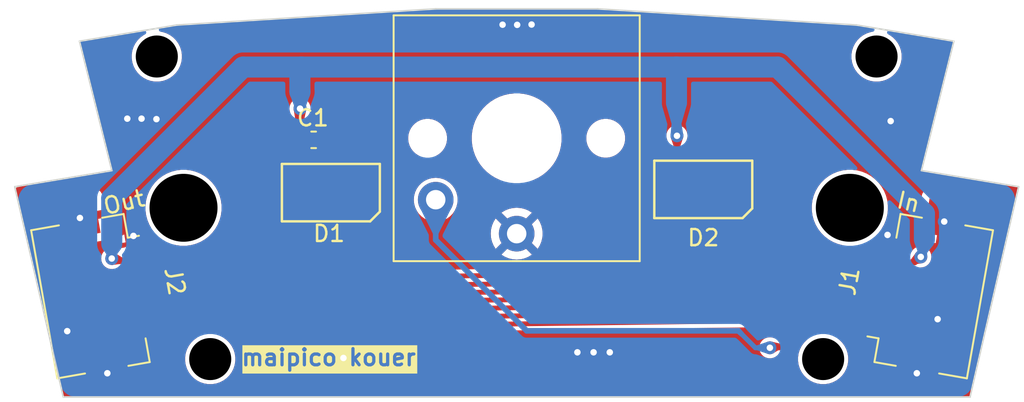
<source format=kicad_pcb>
(kicad_pcb (version 20240108) (generator "pcbnew") (generator_version "8.0")
  (layers (0 "F.Cu" signal) (31 "B.Cu" signal) (34 "B.Paste" user) (35 "F.Paste" user) (36 "B.SilkS" user "B.Silkscreen") (37 "F.SilkS" user "F.Silkscreen") (38 "B.Mask" user) (39 "F.Mask" user) (44 "Edge.Cuts" user))
  (net 0 "")
  (net 1 "GND")
  (net 2 "+5V")
  (net 3 "Net-(D1-Out)")
  (net 4 "Net-(D1-In)")
  (net 6 "Net-(J1-Pin_7)")
  (net 7 "Net-(J1-Pin_6)")
  (net 8 "Net-(J1-Pin_5)")
  (net 9 "Net-(J1-Pin_8)")
  (net 10 "Net-(J1-Pin_1)")
  (net 11 "Net-(J1-Pin_3)")
  (net 12 "Net-(J1-Pin_2)")
  (net 13 "Net-(J1-Pin_4)")
  (footprint "mai_button:WS2812B-2835" (layer "F.Cu") (at 55.9 66.6)
    (property "Reference" "D1" (at -0.09 2.56 0) (layer "F.SilkS"))
    (property "Value" "WS2812B_Unified" (hide yes))
    (fp_line (start -3 -1.75) (end -3 1.8) (stroke (width 0.15)) (layer "F.SilkS"))
    (fp_line (start -3 -1.75) (end 3.05 -1.75) (stroke (width 0.15)) (layer "F.SilkS"))
    (fp_line (start -3 1.8) (end 2.45 1.8) (stroke (width 0.15)) (layer "F.SilkS"))
    (fp_line (start 2.45 1.8) (end 3.05 1.2) (stroke (width 0.15)) (layer "F.SilkS"))
    (fp_line (start 3.05 -1.75) (end 3.05 1.2) (stroke (width 0.15)) (layer "F.SilkS"))
    (pad "G" smd rect (at 1.6 0.9) (size 1.8 1) (layers "F.Cu" "F.Paste" "F.Mask") (net 1 "GND"))
    (pad "I" smd rect (at 1.6 -0.9) (size 1.8 1) (layers "F.Cu" "F.Paste" "F.Mask") (net 4 "Net-(D1-In)"))
    (pad "O" smd rect (at -1.6 0.9) (size 1.8 1) (layers "F.Cu" "F.Paste" "F.Mask") (net 3 "Net-(D1-Out)"))
    (pad "V" smd rect (at -1.6 -0.9) (size 1.8 1) (layers "F.Cu" "F.Paste" "F.Mask") (net 2 "+5V"))
  )
  (footprint "Connector_FFC-FPC:Hirose_FH12-12S-0.5SH_1x12-1MP_P0.50mm_Horizontal_宽" (layer "F.Cu") (at 42.65 72.75 -80)
    (property "Reference" "J2" (at 0 -3.699999 100) (layer "F.SilkS"))
    (property "Value" "Conn_01x14")
    (fp_line (start -4.650001 4.5) (end 4.65 4.5) (stroke (width 0.12)) (layer "F.SilkS"))
    (fp_line (start 4.65 4.5) (end 4.65 2.760001) (stroke (width 0.12)) (layer "F.SilkS"))
    (fp_line (start -4.650001 2.76) (end -4.650001 4.5) (stroke (width 0.12)) (layer "F.SilkS"))
    (fp_line (start -4.65 -1.299999) (end -4.65 0.040001) (stroke (width 0.12)) (layer "F.SilkS"))
    (fp_line (start -3.159999 -1.300001) (end -4.65 -1.299999) (stroke (width 0.12)) (layer "F.SilkS"))
    (fp_line (start -3.159999 -1.300001) (end -3.159998 -2) (stroke (width 0.12)) (layer "F.SilkS"))
    (fp_line (start 3.160001 -1.299999) (end 4.650001 -1.300001) (stroke (width 0.12)) (layer "F.SilkS"))
    (fp_line (start 4.650001 -1.300001) (end 4.65 0.04) (stroke (width 0.12)) (layer "F.SilkS"))
    (pad "1" smd rect (at -2.749999 -2 280) (size 0.299998 1.6) (layers "F.Cu" "F.Paste" "F.Mask") (net 1 "GND"))
    (pad "2" smd rect (at -2.25 -2 280) (size 0.3 1.599999) (layers "F.Cu" "F.Paste" "F.Mask") (net 3 "Net-(D1-Out)"))
    (pad "3" smd rect (at -1.749999 -2 280) (size 0.299998 1.6) (layers "F.Cu" "F.Paste" "F.Mask") (net 2 "+5V"))
    (pad "4" smd rect (at -1.250002 -2 280) (size 0.3 1.599999) (layers "F.Cu" "F.Paste" "F.Mask") (net 1 "GND"))
    (pad "5" smd rect (at -0.749999 -2 280) (size 0.299998 1.599999) (layers "F.Cu" "F.Paste" "F.Mask") (net 1 "GND"))
    (pad "6" smd rect (at -0.249999 -2 280) (size 0.3 1.6) (layers "F.Cu" "F.Paste" "F.Mask") (net 9 "Net-(J1-Pin_8)"))
    (pad "7" smd rect (at 0.25 -1.999999 280) (size 0.299999 1.600001) (layers "F.Cu" "F.Paste" "F.Mask") (net 6 "Net-(J1-Pin_7)"))
    (pad "8" smd rect (at 0.749999 -1.999997 280) (size 0.3 1.600001) (layers "F.Cu" "F.Paste" "F.Mask") (net 7 "Net-(J1-Pin_6)"))
    (pad "9" smd rect (at 1.250001 -1.999999 280) (size 0.3 1.600001) (layers "F.Cu" "F.Paste" "F.Mask") (net 8 "Net-(J1-Pin_5)"))
    (pad "10" smd rect (at 1.750001 -2 280) (size 0.3 1.599999) (layers "F.Cu" "F.Paste" "F.Mask") (net 13 "Net-(J1-Pin_4)"))
    (pad "11" smd rect (at 2.25 -2 280) (size 0.299999 1.6) (layers "F.Cu" "F.Paste" "F.Mask") (net 11 "Net-(J1-Pin_3)"))
    (pad "12" smd rect (at 2.750001 -1.999999 280) (size 0.3 1.600001) (layers "F.Cu" "F.Paste" "F.Mask") (net 12 "Net-(J1-Pin_2)"))
    (pad "MP" smd rect (at -4.875002 1.399999 280) (size 2.250001 2.2) (layers "F.Cu" "F.Paste" "F.Mask") (net 1 "GND"))
    (pad "MP" smd rect (at 4.875 1.4 280) (size 2.25 2.2) (layers "F.Cu" "F.Paste" "F.Mask") (net 1 "GND"))
  )
  (footprint "mai_button:SW_Kailh_Choc_V1V2_1.00u_LED" (layer "F.Cu") (at 67.4 63.2625 180)
    (property "Reference" "SW1" (hide yes))
    (property "Value" "SW_DIP_x01" (hide yes))
    (fp_line (start 7.6 7.6) (end 7.6 -7.6) (stroke (width 0.12)) (layer "F.SilkS"))
    (fp_line (start 7.6 -7.6) (end -7.6 -7.6) (stroke (width 0.12)) (layer "F.SilkS"))
    (fp_line (start -7.6 7.6) (end 7.6 7.6) (stroke (width 0.12)) (layer "F.SilkS"))
    (fp_line (start -7.6 -7.6) (end -7.6 7.6) (stroke (width 0.12)) (layer "F.SilkS"))
    (pad "" np_thru_hole circle (at -5.5 0 180) (size 1.9 1.9) (drill 1.9) (layers "F&B.Cu" "*.Mask"))
    (pad "" np_thru_hole circle (at 0 0 180) (size 5.05 5.05) (drill 5.05) (layers "F&B.Cu" "*.Mask"))
    (pad "" np_thru_hole circle (at 5.5 0 180) (size 1.9 1.9) (drill 1.9) (layers "F&B.Cu" "*.Mask"))
    (pad "1" thru_hole circle (at 0 -5.9 180) (size 2.2 2.2) (drill 1.2) (layers "*.Cu" "B.Mask") (net 1 "GND"))
    (pad "2" thru_hole circle (at 5 -3.8 180) (size 2.2 2.2) (drill 1.2) (layers "*.Cu" "B.Mask") (net 10 "Net-(J1-Pin_1)"))
  )
  (footprint "mai_button:Hole2.5" (layer "F.Cu") (at 89.627 58.2075)
    (property "Reference" "SCR2" (hide yes))
    (property "Value" "ScrewHole" (hide yes))
    (pad "" np_thru_hole circle (at 0 0) (size 2.6 2.6) (drill 2.6) (layers "*.Mask"))
  )
  (footprint "mai_button:Hole2.5" (layer "F.Cu") (at 86.328 76.9185)
    (property "Reference" "SCR4" (hide yes))
    (property "Value" "ScrewHole" (hide yes))
    (pad "" np_thru_hole circle (at 0 0) (size 2.6 2.6) (drill 2.6) (layers "*.Mask"))
  )
  (footprint "mai_button:Hole2.5" (layer "F.Cu") (at 48.472 76.9185)
    (property "Reference" "SCR3" (hide yes))
    (property "Value" "ScrewHole" (hide yes))
    (pad "" np_thru_hole circle (at 0 0) (size 2.6 2.6) (drill 2.6) (layers "*.Mask"))
  )
  (footprint "mai_button:Hole4.0" (layer "F.Cu") (at 46.823 67.5625)
    (property "Reference" "SCR5" (hide yes))
    (property "Value" "ScrewHole" (hide yes))
    (pad "" np_thru_hole circle (at 0 0) (size 4.2 4.2) (drill 4.2) (layers "*.Mask"))
  )
  (footprint "mai_button:WS2812B-2835" (layer "F.Cu") (at 78.9 66.4)
    (property "Reference" "D2" (at 0.03 3.02 0) (layer "F.SilkS"))
    (property "Value" "WS2812B_Unified" (hide yes))
    (fp_line (start -3 -1.75) (end -3 1.8) (stroke (width 0.15)) (layer "F.SilkS"))
    (fp_line (start -3 -1.75) (end 3.05 -1.75) (stroke (width 0.15)) (layer "F.SilkS"))
    (fp_line (start -3 1.8) (end 2.45 1.8) (stroke (width 0.15)) (layer "F.SilkS"))
    (fp_line (start 2.45 1.8) (end 3.05 1.2) (stroke (width 0.15)) (layer "F.SilkS"))
    (fp_line (start 3.05 -1.75) (end 3.05 1.2) (stroke (width 0.15)) (layer "F.SilkS"))
    (pad "G" smd rect (at 1.6 0.9) (size 1.8 1) (layers "F.Cu" "F.Paste" "F.Mask") (net 1 "GND"))
    (pad "I" smd rect (at 1.6 -0.9) (size 1.8 1) (layers "F.Cu" "F.Paste" "F.Mask") (net 4 "Net-(D1-In)"))
    (pad "O" smd rect (at -1.6 0.9) (size 1.8 1) (layers "F.Cu" "F.Paste" "F.Mask"))
    (pad "V" smd rect (at -1.6 -0.9) (size 1.8 1) (layers "F.Cu" "F.Paste" "F.Mask") (net 2 "+5V"))
  )
  (footprint "mai_button:Hole4.0" (layer "F.Cu") (at 87.977 67.5625)
    (property "Reference" "SCR6" (hide yes))
    (property "Value" "ScrewHole" (hide yes))
    (pad "" np_thru_hole circle (at 0 0) (size 4.2 4.2) (drill 4.2) (layers "*.Mask"))
  )
  (footprint "Connector_FFC-FPC:Hirose_FH12-12S-0.5SH_1x12-1MP_P0.50mm_Horizontal_宽" (layer "F.Cu") (at 91.582371 72.75 80)
    (property "Reference" "J1" (at 0 -3.699999 -100) (layer "F.SilkS"))
    (property "Value" "Conn_01x14")
    (fp_line (start -4.65 -1.299999) (end -4.65 0.040001) (stroke (width 0.12)) (layer "F.SilkS"))
    (fp_line (start -3.159999 -1.300001) (end -3.159998 -2) (stroke (width 0.12)) (layer "F.SilkS"))
    (fp_line (start -3.159999 -1.300001) (end -4.65 -1.299999) (stroke (width 0.12)) (layer "F.SilkS"))
    (fp_line (start 3.160001 -1.299999) (end 4.650001 -1.300001) (stroke (width 0.12)) (layer "F.SilkS"))
    (fp_line (start 4.650001 -1.300001) (end 4.65 0.04) (stroke (width 0.12)) (layer "F.SilkS"))
    (fp_line (start -4.650001 2.76) (end -4.650001 4.5) (stroke (width 0.12)) (layer "F.SilkS"))
    (fp_line (start -4.650001 4.5) (end 4.65 4.5) (stroke (width 0.12)) (layer "F.SilkS"))
    (fp_line (start 4.65 4.5) (end 4.65 2.760001) (stroke (width 0.12)) (layer "F.SilkS"))
    (pad "1" smd rect (at -2.749999 -2 80) (size 0.299998 1.6) (layers "F.Cu" "F.Paste" "F.Mask") (net 10 "Net-(J1-Pin_1)"))
    (pad "2" smd rect (at -2.25 -2 80) (size 0.3 1.599999) (layers "F.Cu" "F.Paste" "F.Mask") (net 12 "Net-(J1-Pin_2)"))
    (pad "3" smd rect (at -1.749999 -2 80) (size 0.299998 1.6) (layers "F.Cu" "F.Paste" "F.Mask") (net 11 "Net-(J1-Pin_3)"))
    (pad "4" smd rect (at -1.250002 -2 80) (size 0.3 1.599999) (layers "F.Cu" "F.Paste" "F.Mask") (net 13 "Net-(J1-Pin_4)"))
    (pad "5" smd rect (at -0.749997 -2 80) (size 0.299998 1.599999) (layers "F.Cu" "F.Paste" "F.Mask") (net 8 "Net-(J1-Pin_5)"))
    (pad "6" smd rect (at -0.249999 -2 80) (size 0.3 1.6) (layers "F.Cu" "F.Paste" "F.Mask") (net 7 "Net-(J1-Pin_6)"))
    (pad "7" smd rect (at 0.25 -1.999999 80) (size 0.299999 1.600001) (layers "F.Cu" "F.Paste" "F.Mask") (net 6 "Net-(J1-Pin_7)"))
    (pad "8" smd rect (at 0.749999 -1.999999 80) (size 0.3 1.600001) (layers "F.Cu" "F.Paste" "F.Mask") (net 9 "Net-(J1-Pin_8)"))
    (pad "9" smd rect (at 1.25 -1.999999 80) (size 0.3 1.600001) (layers "F.Cu" "F.Paste" "F.Mask") (net 1 "GND"))
    (pad "10" smd rect (at 1.750001 -2 80) (size 0.3 1.599999) (layers "F.Cu" "F.Paste" "F.Mask") (net 2 "+5V"))
    (pad "11" smd rect (at 2.25 -2 80) (size 0.299999 1.6) (layers "F.Cu" "F.Paste" "F.Mask") (net 4 "Net-(D1-In)"))
    (pad "12" smd rect (at 2.75 -1.899999 80) (size 0.3 1.400001) (layers "F.Cu" "F.Paste" "F.Mask") (net 1 "GND"))
    (pad "MP" smd rect (at -4.875 1.399999 80) (size 2.250001 2.2) (layers "F.Cu" "F.Paste" "F.Mask") (net 1 "GND"))
    (pad "MP" smd rect (at 4.875 1.4 80) (size 2.25 2.2) (layers "F.Cu" "F.Paste" "F.Mask") (net 1 "GND"))
  )
  (footprint "mai_button:Hole2.5" (layer "F.Cu") (at 45.173 58.2075)
    (property "Reference" "SCR1" (hide yes))
    (property "Value" "ScrewHole" (hide yes))
    (pad "" np_thru_hole circle (at 0 0) (size 2.6 2.6) (drill 2.6) (layers "*.Mask"))
  )
  (footprint "Capacitor_SMD:C_0603_1608Metric_Pad1.08x0.95mm_HandSolder" (layer "F.Cu") (at 54.86 63.36)
    (property "Reference" "C1" (at -0.05 -1.35 0) (layer "F.SilkS"))
    (property "Value" "0.1uF")
    (fp_line (start -0.146267 -0.51) (end 0.146267 -0.51) (stroke (width 0.12)) (layer "F.SilkS"))
    (fp_line (start -0.146267 0.51) (end 0.146267 0.51) (stroke (width 0.12)) (layer "F.SilkS"))
    (pad "1" smd roundrect (at -0.8625 0) (size 1.075 0.95) (layers "F.Cu" "F.Paste" "F.Mask") (net 2 "+5V"))
    (pad "2" smd roundrect (at 0.8625 0) (size 1.075 0.95) (layers "F.Cu" "F.Paste" "F.Mask") (net 1 "GND"))
  )
  (gr_poly (pts (xy 89.65 69.65) (xy 90.81 69.88) (xy 90.96 68.63) (xy 90.3 68.6) (xy 89.8 69.35) (xy 89.7 69.5)) (stroke (width 0.2)) (fill solid) (layer "F.Cu") (net 1))
  (gr_poly (pts (xy 44.75 69.62) (xy 43.38 69.86) (xy 43.17 68.69) (xy 44.209231 68.476154) (xy 44.53 69.26) (xy 44.71 69.47)) (stroke (width 0.2)) (fill solid) (layer "F.Cu") (net 1))
  (gr_line (start 46.4 56.2625) (end 62.4 55.2625) (stroke (width 0.1)) (layer "Edge.Cuts"))
  (gr_line (start 92.4 65.2625) (end 98.4 66.2625) (stroke (width 0.1)) (layer "Edge.Cuts"))
  (gr_line (start 72.4 55.2625) (end 88.4 56.2625) (stroke (width 0.1)) (layer "Edge.Cuts"))
  (gr_line (start 42.4 65.2625) (end 40.4 57.2625) (stroke (width 0.1)) (layer "Edge.Cuts"))
  (gr_line (start 62.4 55.2625) (end 72.4 55.2625) (stroke (width 0.1)) (layer "Edge.Cuts"))
  (gr_line (start 36.4 66.2625) (end 42.4 65.2625) (stroke (width 0.1)) (layer "Edge.Cuts"))
  (gr_line (start 95.4 79.2625) (end 39.4 79.2625) (stroke (width 0.1)) (layer "Edge.Cuts"))
  (gr_line (start 40.4 57.2625) (end 46.4 56.2625) (stroke (width 0.1)) (layer "Edge.Cuts"))
  (gr_line (start 98.4 66.2625) (end 95.4 79.2625) (stroke (width 0.1)) (layer "Edge.Cuts"))
  (gr_line (start 94.4 57.2625) (end 92.4 65.2625) (stroke (width 0.1)) (layer "Edge.Cuts"))
  (gr_line (start 88.4 56.2625) (end 94.4 57.2625) (stroke (width 0.1)) (layer "Edge.Cuts"))
  (gr_line (start 39.4 79.2625) (end 36.4 66.2625) (stroke (width 0.1)) (layer "Edge.Cuts"))
  (gr_text "maipico kouer" (at 50.3 77.404 0) (layer "F.SilkS" knockout) (effects (font (size 1 1) (thickness 0.2) (bold yes)) (justify left bottom)))
  (gr_text "Out" (at 41.95 68.1 13) (layer "F.SilkS") (effects (font (size 1 1)) (justify left bottom)))
  (gr_text "In" (at 90.7 67.6 347) (layer "F.SilkS") (effects (font (size 1 1)) (justify left bottom)))
  (segment (start 44.341658 71.284565) (end 44.356223 71.27) (width 0.3) (layer "F.Cu") (net 1))
  (segment (start 90.393729 71.197741) (end 91.098121 71.349162) (width 0.2) (layer "F.Cu") (net 1))
  (segment (start 44.341658 71.690145) (end 44.341658 71.284565) (width 0.3) (layer "F.Cu") (net 1))
  (segment (start 91.098121 71.349162) (end 91.578959 71.83) (width 0.2) (layer "F.Cu") (net 1))
  (segment (start 91.578959 71.83) (end 91.9 71.83) (width 0.2) (layer "F.Cu") (net 1))
  (segment (start 89.977537 71.197741) (end 90.393729 71.197741) (width 0.2) (layer "F.Cu") (net 1))
  (segment (start 44.356223 71.27) (end 46.25 71.27) (width 0.3) (layer "F.Cu") (net 1))
  (via (at 67.43 56.25) (size 0.8) (drill 0.4) (layers "F.Cu" "B.Cu") (net 1))
  (via (at 71.15 76.5) (size 0.8) (drill 0.4) (layers "F.Cu" "B.Cu") (net 1))
  (via (at 68.32 56.23) (size 0.8) (drill 0.4) (layers "F.Cu" "B.Cu") (net 1))
  (via (at 43.35 62.05) (size 0.8) (drill 0.4) (layers "F.Cu" "B.Cu") (net 1))
  (via (at 66.53 56.24) (size 0.8) (drill 0.4) (layers "F.Cu" "B.Cu") (net 1))
  (via (at 93.4 74.45) (size 0.8) (drill 0.4) (layers "F.Cu" "B.Cu") (net 1))
  (via (at 90.305 69.24) (size 0.8) (drill 0.4) (layers "F.Cu" "B.Cu") (net 1))
  (via (at 39.64 75.19) (size 0.8) (drill 0.4) (layers "F.Cu" "B.Cu") (net 1))
  (via (at 45.15 62.08) (size 0.8) (drill 0.4) (layers "F.Cu" "B.Cu") (net 1))
  (via (at 56.7 76.85) (size 0.8) (drill 0.4) (layers "F.Cu" "B.Cu") (net 1))
  (via (at 43.729615 69.301154) (size 0.8) (drill 0.4) (layers "F.Cu" "B.Cu") (net 1))
  (via (at 93.807637 68.413751) (size 0.8) (drill 0.4) (layers "F.Cu" "B.Cu") (net 1))
  (via (at 40.424735 68.192169) (size 0.8) (drill 0.4) (layers "F.Cu" "B.Cu") (net 1))
  (via (at 90.5 62.2) (size 0.8) (drill 0.4) (layers "F.Cu" "B.Cu") (net 1))
  (via (at 44.23 62.05) (size 0.8) (drill 0.4) (layers "F.Cu" "B.Cu") (net 1))
  (via (at 42.117804 77.794045) (size 0.8) (drill 0.4) (layers "F.Cu" "B.Cu") (net 1))
  (via (at 92.114566 77.794045) (size 0.8) (drill 0.4) (layers "F.Cu" "B.Cu") (net 1))
  (via (at 73.15 76.5) (size 0.8) (drill 0.4) (layers "F.Cu" "B.Cu") (net 1))
  (via (at 72.15 76.5) (size 0.8) (drill 0.4) (layers "F.Cu" "B.Cu") (net 1))
  (segment (start 77.3 65.5) (end 77.3 63.11) (width 0.3) (layer "F.Cu") (net 2))
  (segment (start 54.02 61.43) (end 53.9975 61.4525) (width 0.5) (layer "F.Cu") (net 2))
  (segment (start 42.55 70.86) (end 42.39 70.7) (width 0.3) (layer "F.Cu") (net 2))
  (segment (start 90.125337 70.705337) (end 90.064361 70.705337) (width 0.3) (layer "F.Cu") (net 2))
  (segment (start 53.9975 63.36) (end 53.9975 65.3975) (width 0.5) (layer "F.Cu") (net 2))
  (segment (start 53.9975 61.4525) (end 53.9975 63.36) (width 0.5) (layer "F.Cu") (net 2))
  (segment (start 43.28 70.86) (end 42.55 70.86) (width 0.3) (layer "F.Cu") (net 2))
  (segment (start 54.02 63.3375) (end 53.9975 63.36) (width 0.5) (layer "F.Cu") (net 2))
  (segment (start 44.16801 70.705337) (end 43.28 70.86) (width 0.3) (layer "F.Cu") (net 2))
  (segment (start 92 70.96) (end 91.31 70.96) (width 0.3) (layer "F.Cu") (net 2))
  (segment (start 53.9975 65.3975) (end 54.3 65.7) (width 0.5) (layer "F.Cu") (net 2))
  (segment (start 92.36 70.6) (end 92 70.96) (width 0.3) (layer "F.Cu") (net 2))
  (segment (start 91.31 70.96) (end 90.125337 70.705337) (width 0.3) (layer "F.Cu") (net 2))
  (via (at 42.39 70.7) (size 0.8) (drill 0.4) (layers "F.Cu" "B.Cu") (net 2))
  (via (at 77.3 63.11) (size 0.8) (drill 0.4) (layers "F.Cu" "B.Cu") (net 2))
  (via (at 92.36 70.6) (size 0.8) (drill 0.4) (layers "F.Cu" "B.Cu") (net 2))
  (via (at 54.02 61.43) (size 0.8) (drill 0.4) (layers "F.Cu" "B.Cu") (net 2))
  (segment (start 54.01 60.38) (end 54.01 58.96) (width 1.3) (layer "B.Cu") (net 2))
  (segment (start 77.27 63.08) (end 77.3 63.11) (width 0.6) (layer "B.Cu") (net 2))
  (segment (start 42.39 69.79) (end 42.39 66.97) (width 1.3) (layer "B.Cu") (net 2))
  (segment (start 77.27 58.86) (end 77.27 61.08) (width 1.3) (layer "B.Cu") (net 2))
  (segment (start 42.39 70.7) (end 42.39 69.79) (width 0.3) (layer "B.Cu") (net 2))
  (segment (start 77.36 63.05) (end 77.3 63.11) (width 0.5) (layer "B.Cu") (net 2))
  (segment (start 54.02 60.39) (end 54.02 61.43) (width 0.6) (layer "B.Cu") (net 2))
  (segment (start 54.11 58.86) (end 77.27 58.86) (width 1.3) (layer "B.Cu") (net 2))
  (segment (start 92.582637 70.377363) (end 92.582637 69.522637) (width 0.3) (layer "B.Cu") (net 2))
  (segment (start 77.27 58.86) (end 83.51714 58.86) (width 1.3) (layer "B.Cu") (net 2))
  (segment (start 54.02 60.39) (end 54.01 60.38) (width 1.3) (layer "B.Cu") (net 2))
  (segment (start 54.01 58.96) (end 54.11 58.86) (width 1.3) (layer "B.Cu") (net 2))
  (segment (start 42.39 66.97) (end 50.5 58.86) (width 1.3) (layer "B.Cu") (net 2))
  (segment (start 92.582637 69.522637) (end 92.582637 67.925496) (width 1.3) (layer "B.Cu") (net 2))
  (segment (start 92.582637 67.925496) (end 83.78357 59.12643) (width 1.3) (layer "B.Cu") (net 2))
  (segment (start 50.5 58.86) (end 54.11 58.86) (width 1.3) (layer "B.Cu") (net 2))
  (segment (start 77.27 61.08) (end 77.27 63.08) (width 0.6) (layer "B.Cu") (net 2))
  (segment (start 92.36 70.6) (end 92.582637 70.377363) (width 0.3) (layer "B.Cu") (net 2))
  (segment (start 83.51714 58.86) (end 83.78357 59.12643) (width 1.3) (layer "B.Cu") (net 2))
  (segment (start 45.5825 70.0625) (end 46.17 70.65) (width 0.3) (layer "F.Cu") (net 3))
  (segment (start 46.17 70.65) (end 51.15 70.65) (width 0.3) (layer "F.Cu") (net 3))
  (segment (start 51.15 70.65) (end 54.3 67.5) (width 0.3) (layer "F.Cu") (net 3))
  (segment (start 53.9 67.5) (end 54.3 67.5) (width 0.3) (layer "F.Cu") (net 3))
  (segment (start 45.3025 70.0625) (end 45.5825 70.0625) (width 0.3) (layer "F.Cu") (net 3))
  (segment (start 45.26 70.02) (end 45.3025 70.0625) (width 0.3) (layer "F.Cu") (net 3))
  (segment (start 44.228907 70.186886) (end 45.26 70.02) (width 0.3) (layer "F.Cu") (net 3))
  (segment (start 88.86 69.97) (end 88.31 70.52) (width 0.3) (layer "F.Cu") (net 4))
  (segment (start 64.965 66.475) (end 63.45 64.96) (width 0.3) (layer "F.Cu") (net 4))
  (segment (start 85.77 70.52) (end 80.75 65.5) (width 0.3) (layer "F.Cu") (net 4))
  (segment (start 57.735 65.935) (end 57.5 65.7) (width 0.3) (layer "F.Cu") (net 4))
  (segment (start 88.31 70.52) (end 85.77 70.52) (width 0.3) (layer "F.Cu") (net 4))
  (segment (start 79.525 66.475) (end 64.965 66.475) (width 0.3) (layer "F.Cu") (net 4))
  (segment (start 88.92 69.97) (end 88.86 69.97) (width 0.3) (layer "F.Cu") (net 4))
  (segment (start 90.003464 70.186886) (end 88.92 69.97) (width 0.3) (layer "F.Cu") (net 4))
  (segment (start 80.75 65.5) (end 80.5 65.5) (width 0.3) (layer "F.Cu") (net 4))
  (segment (start 80.5 65.5) (end 79.525 66.475) (width 0.3) (layer "F.Cu") (net 4))
  (segment (start 63.45 64.96) (end 58.24 64.96) (width 0.3) (layer "F.Cu") (net 4))
  (segment (start 58.24 64.96) (end 57.5 65.7) (width 0.3) (layer "F.Cu") (net 4))
  (segment (start 80.9 65.5) (end 80.5 65.5) (width 0.3) (layer "F.Cu") (net 4))
  (segment (start 44.515307 72.674954) (end 45.5 72.5) (width 0.3) (layer "F.Cu") (net 6))
  (segment (start 45.5 72.5) (end 49.5 72.5) (width 0.3) (layer "F.Cu") (net 6))
  (segment (start 89.656169 72.156502) (end 88.643299 71.999011) (width 0.3) (layer "F.Cu") (net 6))
  (segment (start 87 72) (end 49.5 72.5) (width 0.3) (layer "F.Cu") (net 6))
  (segment (start 88.643299 71.999011) (end 87 72) (width 0.3) (layer "F.Cu") (net 6))
  (segment (start 89.569344 72.648905) (end 88.450015 72.474128) (width 0.3) (layer "F.Cu") (net 7))
  (segment (start 49 73) (end 87 72.5) (width 0.3) (layer "F.Cu") (net 7))
  (segment (start 88.450015 72.474128) (end 87 72.5) (width 0.3) (layer "F.Cu") (net 7))
  (segment (start 45.5 73) (end 49 73) (width 0.3) (layer "F.Cu") (net 7))
  (segment (start 44.602129 73.167356) (end 45.5 73) (width 0.3) (layer "F.Cu") (net 7))
  (segment (start 45.7 73.475) (end 48.4 73.494805) (width 0.3) (layer "F.Cu") (net 8))
  (segment (start 89.48252 73.141307) (end 88.495791 72.979278) (width 0.3) (layer "F.Cu") (net 8))
  (segment (start 50.5 73.467532) (end 48.4 73.494805) (width 0.3) (layer "F.Cu") (net 8))
  (segment (start 88.495791 72.979278) (end 86.5 73) (width 0.3) (layer "F.Cu") (net 8))
  (segment (start 86.5 73) (end 50.5 73.467532) (width 0.3) (layer "F.Cu") (net 8))
  (segment (start 44.836675 73.633714) (end 45.7 73.475) (width 0.3) (layer "F.Cu") (net 8))
  (segment (start 45.5 72) (end 49.5 72) (width 0.3) (layer "F.Cu") (net 9))
  (segment (start 44.428482 72.18255) (end 45.5 72) (width 0.3) (layer "F.Cu") (net 9))
  (segment (start 88.4 71.4) (end 49.5 72) (width 0.3) (layer "F.Cu") (net 9))
  (segment (start 89.742992 71.664099) (end 88.4 71.4) (width 0.3) (layer "F.Cu") (net 9))
  (segment (start 84.74 75.11) (end 83.63 76.22) (width 0.3) (layer "F.Cu") (net 10))
  (segment (start 89.282944 75.136972) (end 89.255972 75.11) (width 0.3) (layer "F.Cu") (net 10))
  (segment (start 83.63 76.22) (end 83.04 76.22) (width 0.3) (layer "F.Cu") (net 10))
  (segment (start 89.255972 75.11) (end 84.74 75.11) (width 0.3) (layer "F.Cu") (net 10))
  (via (at 83.04 76.22) (size 0.8) (drill 0.4) (layers "F.Cu" "B.Cu") (net 10))
  (segment (start 83.04 76.22) (end 82.144368 76.22) (width 0.3) (layer "B.Cu") (net 10))
  (segment (start 62.4 69.55) (end 62.4 67.0625) (width 0.35) (layer "B.Cu") (net 10))
  (segment (start 68.02 75.17) (end 62.4 69.55) (width 0.35) (layer "B.Cu") (net 10))
  (segment (start 81.09 75.17) (end 68.02 75.17) (width 0.35) (layer "B.Cu") (net 10))
  (segment (start 82.144368 76.22) (end 81.092184 75.167816) (width 0.3) (layer "B.Cu") (net 10))
  (segment (start 81.092184 75.167816) (end 81.09 75.17) (width 0.35) (layer "B.Cu") (net 10))
  (segment (start 89.456591 74.152164) (end 88.5 74) (width 0.3) (layer "F.Cu") (net 11))
  (segment (start 88.5 74) (end 86.5 74) (width 0.3) (layer "F.Cu") (net 11))
  (segment (start 86.5 74) (end 47 74.511324) (width 0.3) (layer "F.Cu") (net 11))
  (segment (start 46.1 74.475) (end 47 74.511324) (width 0.3) (layer "F.Cu") (net 11))
  (segment (start 45.6 74.499286) (end 46.1 74.475) (width 0.3) (layer "F.Cu") (net 11))
  (segment (start 45.010324 74.618521) (end 45.6 74.499286) (width 0.3) (layer "F.Cu") (net 11))
  (segment (start 88.5 74.5) (end 87.95 74.475) (width 0.3) (layer "F.Cu") (net 12))
  (segment (start 46.5 75) (end 48 75) (width 0.3) (layer "F.Cu") (net 12))
  (segment (start 87.95 74.475) (end 86 74.5) (width 0.3) (layer "F.Cu") (net 12))
  (segment (start 89.222047 74.618521) (end 88.5 74.5) (width 0.3) (layer "F.Cu") (net 12))
  (segment (start 48 75) (end 86 74.5) (width 0.3) (layer "F.Cu") (net 12))
  (segment (start 44.949426 75.136973) (end 46.5 75) (width 0.3) (layer "F.Cu") (net 12))
  (segment (start 89.543416 73.659761) (end 88.5 73.5) (width 0.3) (layer "F.Cu") (net 13))
  (segment (start 45.5 74) (end 47.5 74) (width 0.3) (layer "F.Cu") (net 13))
  (segment (start 44.77578 74.152165) (end 45.5 74) (width 0.3) (layer "F.Cu") (net 13))
  (segment (start 88.5 73.5) (end 86.5 73.5) (width 0.3) (layer "F.Cu") (net 13))
  (segment (start 47.5 74) (end 86.5 73.5) (width 0.3) (layer "F.Cu") (net 13))
  (zone (net 1) (net_name "GND") (layers "F&B.Cu") (connect_pads (clearance 0.25)) (min_thickness 0.25) (fill yes (thermal_gap 0.5) (thermal_bridge_width 0.5) (smoothing fillet))
    (polygon (pts (xy 94.33 57.5) (xy 94.36 57.31) (xy 93.24 57.08) (xy 90.3 56.6) (xy 88.37 56.27) (xy 86.35 56.14) (xy 84.96 56.04) (xy 83.43 55.96) (xy 72.39 55.28) (xy 62.27 55.28) (xy 46.44 56.28) (xy 40.39 57.28) (xy 42.39 65.27) (xy 36.44 66.3) (xy 39.42 79.25) (xy 95.42 79.27) (xy 98.39 66.36) (xy 98.36 66.26) (xy 92.41 65.26) (xy 94.34 57.5) (xy 94.32 57.5)))
  )
  (zone (net 1) (net_name "GND") (layer "B.Cu") (priority 1) (connect_pads (clearance 0.25)) (min_thickness 0.25) (fill yes (thermal_gap 0.5) (thermal_bridge_width 0.5) (smoothing fillet) (radius 1))
    (polygon (pts (xy 40.4 57.26) (xy 42.42 65.26) (xy 36.4 66.28) (xy 39.39 79.28) (xy 95.43 79.26) (xy 98.41 66.25) (xy 92.42 65.25) (xy 94.4 57.26) (xy 88.39 56.26) (xy 72.4 55.27) (xy 62.37 55.27) (xy 46.4 56.26) (xy 40.46 57.24)))
  )
)
</source>
